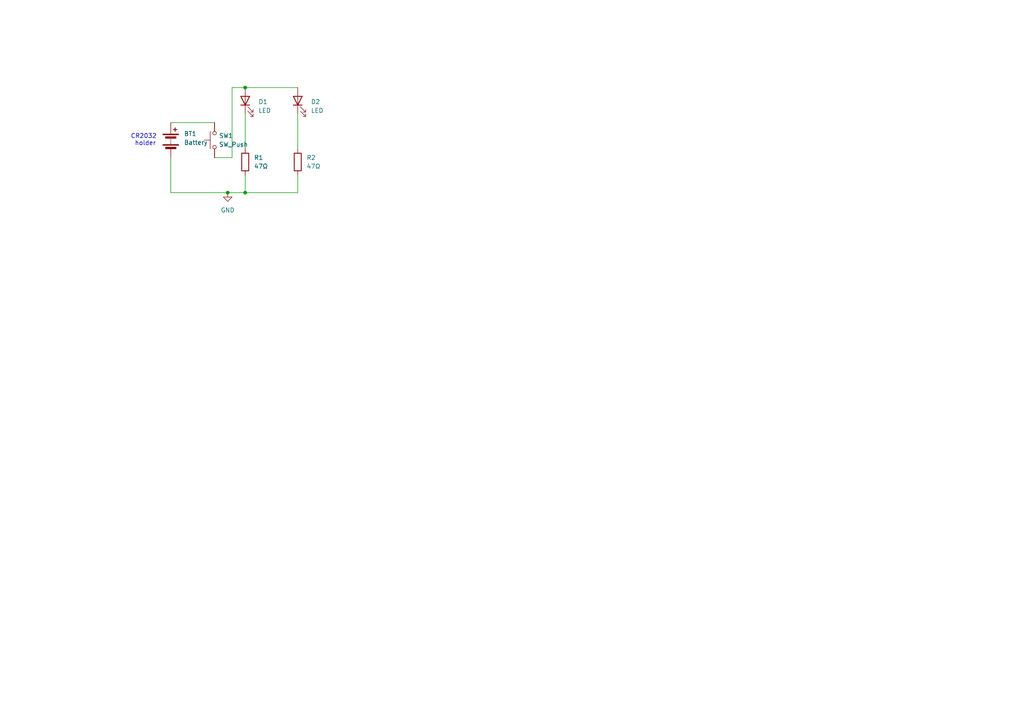
<source format=kicad_sch>
(kicad_sch (version 20250114) (generator "eeschema") (generator_version "9.0")
  (paper "A4")
  (lib_symbols
    (symbol "Device:Battery" (pin_numbers (hide yes)) (pin_names (offset 0) (hide yes))
      (property "Reference" "BT" (at 2.54 2.54 0))
      (property "Value" "Battery" (at 2.54 0 0))
      (symbol "Battery_0_1"
        (rectangle (start -2.286 1.778) (end 2.286 1.524) (fill (type outline)))
        (rectangle (start -2.286 -1.27) (end 2.286 -1.524) (fill (type outline)))
        (rectangle (start -1.524 1.016) (end 1.524 0.508) (fill (type outline)))
        (rectangle (start -1.524 -2.032) (end 1.524 -2.54) (fill (type outline)))
        (polyline (pts (xy 0 1.778) (xy 0 2.54)))
        (polyline (pts (xy 0 0) (xy 0 0.254)))
        (polyline (pts (xy 0 -0.508) (xy 0 -0.254)))
        (polyline (pts (xy 0 -1.016) (xy 0 -0.762)))
        (polyline (pts (xy 0.762 3.048) (xy 1.778 3.048)) (stroke (width 0.254)))
        (polyline (pts (xy 1.27 3.556) (xy 1.27 2.54)) (stroke (width 0.254)))
      )
      (symbol "Battery_1_1"
        (pin passive line (at 0 5.08 270) (length 2.54) (name "+") (number "1"))
        (pin passive line (at 0 -5.08 90) (length 2.54) (name "-") (number "2"))
      )
    )
    (symbol "Device:LED" (pin_numbers (hide yes)) (pin_names (offset 1.016) (hide yes))
      (property "Reference" "D" (at 0 2.54 0))
      (property "Value" "LED" (at 0 -2.54 0))
      (symbol "LED_0_1"
        (polyline (pts (xy -3.048 -0.762) (xy -4.572 -2.286) (xy -3.81 -2.286) (xy -4.572 -2.286) (xy -4.572 -1.524)))
        (polyline (pts (xy -1.778 -0.762) (xy -3.302 -2.286) (xy -2.54 -2.286) (xy -3.302 -2.286) (xy -3.302 -1.524)))
        (polyline (pts (xy -1.27 0) (xy 1.27 0)))
        (polyline (pts (xy -1.27 -1.27) (xy -1.27 1.27)) (stroke (width 0.254)))
        (polyline (pts (xy 1.27 -1.27) (xy 1.27 1.27) (xy -1.27 0) (xy 1.27 -1.27)) (stroke (width 0.254)))
      )
      (symbol "LED_1_1"
        (pin passive line (at -3.81 0 0) (length 2.54) (name "K") (number "1"))
        (pin passive line (at 3.81 0 180) (length 2.54) (name "A") (number "2"))
      )
    )
    (symbol "Device:R" (pin_numbers (hide yes)) (pin_names (offset 0))
      (property "Reference" "R" (at 2.032 0 90))
      (property "Value" "R" (at 0 0 90))
      (symbol "R_0_1"
        (rectangle (start -1.016 -2.54) (end 1.016 2.54) (stroke (width 0.254)))
      )
      (symbol "R_1_1"
        (pin passive line (at 0 3.81 270) (length 1.27) (name "~") (number "1"))
        (pin passive line (at 0 -3.81 90) (length 1.27) (name "~") (number "2"))
      )
    )
    (symbol "Switch:SW_Push" (pin_numbers (hide yes)) (pin_names (offset 1.016) (hide yes))
      (property "Reference" "SW" (at 1.27 2.54 0))
      (property "Value" "SW_Push" (at 0 -1.524 0))
      (symbol "SW_Push_0_1"
        (circle (center -2.032 0) (radius 0.508))
        (polyline (pts (xy 0 1.27) (xy 0 3.048)))
        (circle (center 2.032 0) (radius 0.508))
        (polyline (pts (xy 2.54 1.27) (xy -2.54 1.27)))
        (pin passive line (at -5.08 0 0) (length 2.54) (name "1") (number "1"))
        (pin passive line (at 5.08 0 180) (length 2.54) (name "2") (number "2"))
      )
    )
    (symbol "power:GND" (power) (pin_numbers (hide yes)) (pin_names (offset 0) (hide yes))
      (property "Value" "GND" (at 0 -3.81 0))
      (symbol "GND_0_1"
        (polyline (pts (xy 0 0) (xy 0 -1.27) (xy 1.27 -1.27) (xy 0 -2.54) (xy -1.27 -1.27) (xy 0 -1.27)))
      )
      (symbol "GND_1_1"
        (pin power_in line (at 0 0 270) (length 0) (name "~") (number "1"))
      )
    )
  )
  (text "CR2032 \nholder" (at 42.164 40.64 0) (effects (font (size 1.27 1.27))))
  (junction (at 71.12 25.4))
  (junction (at 71.12 55.88))
  (junction (at 66.04 55.88))
  (wire (pts (xy 67.31 25.4) (xy 71.12 25.4)))
  (wire (pts (xy 71.12 50.8) (xy 71.12 55.88)))
  (wire (pts (xy 62.23 45.72) (xy 67.31 45.72)))
  (wire (pts (xy 71.12 55.88) (xy 86.36 55.88)))
  (wire (pts (xy 86.36 33.02) (xy 86.36 43.18)))
  (wire (pts (xy 67.31 25.4) (xy 67.31 45.72)))
  (wire (pts (xy 71.12 25.4) (xy 86.36 25.4)))
  (wire (pts (xy 49.53 55.88) (xy 66.04 55.88)))
  (wire (pts (xy 49.53 35.56) (xy 62.23 35.56)))
  (wire (pts (xy 49.53 45.72) (xy 49.53 55.88)))
  (wire (pts (xy 86.36 50.8) (xy 86.36 55.88)))
  (wire (pts (xy 71.12 33.02) (xy 71.12 43.18)))
  (wire (pts (xy 66.04 55.88) (xy 71.12 55.88)))
  (symbol (lib_id "Device:R") (at 71.12 46.99 0) (unit 1)
    (property "Reference" "R1" (at 73.66 45.7199 0) (effects (justify left)))
    (property "Value" "47Ω" (at 73.66 48.2599 0) (effects (justify left)))
    (property "Footprint" "Resistor_THT:R_Axial_DIN0207_L6.3mm_D2.5mm_P7.62mm_Horizontal" (effects (hide yes)))
    (property "Description" "Resistor" (effects (hide yes)))
  )
  (symbol (lib_id "Device:LED") (at 71.12 29.21 90) (unit 1)
    (property "Reference" "D1" (at 74.93 29.5274 90) (effects (justify right)))
    (property "Value" "LED" (at 74.93 32.0674 90) (effects (justify right)))
    (property "Footprint" "LED_THT:LED_D5.0mm" (effects (hide yes)))
    (property "Description" "Light emitting diode" (effects (hide yes)))
    (property "Sim.Pins" "1=K 2=A" (effects (hide yes)))
  )
  (symbol (lib_id "Device:LED") (at 86.36 29.21 90) (unit 1)
    (property "Reference" "D2" (at 90.17 29.5274 90) (effects (justify right)))
    (property "Value" "LED" (at 90.17 32.0674 90) (effects (justify right)))
    (property "Footprint" "LED_THT:LED_D5.0mm" (effects (hide yes)))
    (property "Description" "Light emitting diode" (effects (hide yes)))
    (property "Sim.Pins" "1=K 2=A" (effects (hide yes)))
  )
  (symbol (lib_id "Device:Battery") (at 49.53 40.64 0) (unit 1)
    (property "Reference" "BT1" (at 53.34 38.7984 0) (effects (justify left)))
    (property "Value" "Battery" (at 53.34 41.3384 0) (effects (justify left)))
    (property "Footprint" "Battery:BatteryHolder_Keystone_3034_1x20mm" (effects (hide yes)))
    (property "Description" "Multiple-cell battery" (effects (hide yes)))
  )
  (symbol (lib_id "Device:R") (at 86.36 46.99 0) (unit 1)
    (property "Reference" "R2" (at 88.9 45.7199 0) (effects (justify left)))
    (property "Value" "47Ω" (at 88.9 48.2599 0) (effects (justify left)))
    (property "Footprint" "Resistor_THT:R_Axial_DIN0207_L6.3mm_D2.5mm_P7.62mm_Horizontal" (effects (hide yes)))
    (property "Description" "Resistor" (effects (hide yes)))
  )
  (symbol (lib_id "Switch:SW_Push") (at 62.23 40.64 90) (unit 1)
    (property "Reference" "SW1" (at 63.5 39.3699 90) (effects (justify right)))
    (property "Value" "SW_Push" (at 63.5 41.9099 90) (effects (justify right)))
    (property "Footprint" "Button_Switch_THT:SW_PUSH_6mm" (effects (hide yes)))
    (property "Description" "Push button switch, generic, two pins" (effects (hide yes)))
  )
  (symbol (lib_id "power:GND") (at 66.04 55.88 0) (unit 1)
    (property "Reference" "#PWR01" (effects (hide yes)))
    (property "Value" "GND" (at 66.04 60.96 0))
    (property "Description" "Power symbol creates a global label with name \"GND\" , ground" (effects (hide yes)))
  )
)
</source>
